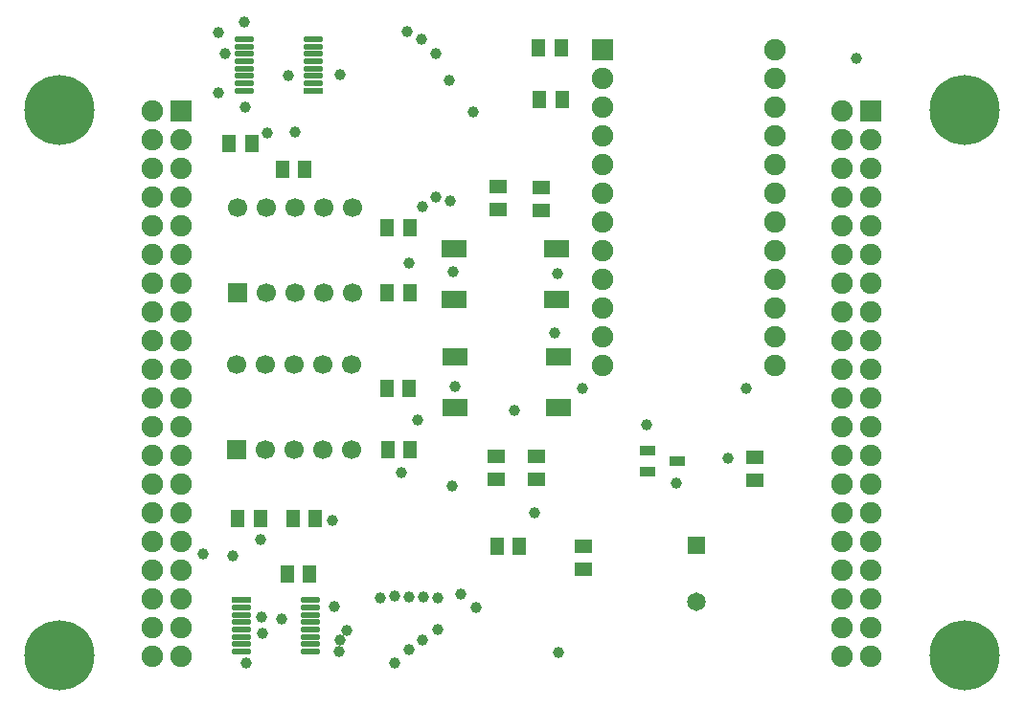
<source format=gts>
G04*
G04 #@! TF.GenerationSoftware,Altium Limited,Altium Designer,24.2.2 (26)*
G04*
G04 Layer_Color=8388736*
%FSLAX25Y25*%
%MOIN*%
G70*
G04*
G04 #@! TF.SameCoordinates,C094F21F-3D64-4DBD-B291-BB1914DD33BA*
G04*
G04*
G04 #@! TF.FilePolarity,Negative*
G04*
G01*
G75*
%ADD15R,0.07087X0.02165*%
%ADD16O,0.07087X0.02165*%
%ADD17R,0.04724X0.05906*%
%ADD18R,0.05906X0.04724*%
%ADD19R,0.09055X0.06299*%
%ADD20R,0.05512X0.03347*%
%ADD21C,0.06496*%
%ADD22R,0.06496X0.06496*%
%ADD23C,0.06693*%
%ADD24R,0.06693X0.06693*%
%ADD25R,0.07480X0.07480*%
%ADD26C,0.07480*%
%ADD27R,0.07480X0.07480*%
%ADD28C,0.24410*%
%ADD29C,0.03937*%
D15*
X108208Y216643D02*
D03*
X83392Y39157D02*
D03*
D16*
X108208Y219202D02*
D03*
Y221761D02*
D03*
Y224320D02*
D03*
Y226880D02*
D03*
Y229439D02*
D03*
Y231998D02*
D03*
Y234557D02*
D03*
X84192Y216643D02*
D03*
Y219202D02*
D03*
Y221761D02*
D03*
Y224320D02*
D03*
Y226880D02*
D03*
Y229439D02*
D03*
Y231998D02*
D03*
Y234557D02*
D03*
X83392Y36598D02*
D03*
Y34039D02*
D03*
Y31480D02*
D03*
Y28920D02*
D03*
Y26361D02*
D03*
Y23802D02*
D03*
Y21243D02*
D03*
X107408Y39157D02*
D03*
Y36598D02*
D03*
Y34039D02*
D03*
Y31480D02*
D03*
Y28920D02*
D03*
Y26361D02*
D03*
Y23802D02*
D03*
Y21243D02*
D03*
D17*
X134263Y91700D02*
D03*
X142137D02*
D03*
X133863Y113000D02*
D03*
X141737D02*
D03*
X101263Y67600D02*
D03*
X109137D02*
D03*
X81963Y67500D02*
D03*
X89837D02*
D03*
X180037Y57900D02*
D03*
X172163D02*
D03*
X99163Y48200D02*
D03*
X107037D02*
D03*
X194600Y231500D02*
D03*
X186726D02*
D03*
X194937Y213500D02*
D03*
X187063D02*
D03*
X79126Y198400D02*
D03*
X87000D02*
D03*
X105437Y189300D02*
D03*
X97563D02*
D03*
X141937Y169000D02*
D03*
X134063D02*
D03*
Y146300D02*
D03*
X141937D02*
D03*
D18*
X262100Y80963D02*
D03*
Y88837D02*
D03*
X202286Y50012D02*
D03*
Y57886D02*
D03*
X186000Y89200D02*
D03*
Y81326D02*
D03*
X187800Y175063D02*
D03*
Y182937D02*
D03*
X172800Y175263D02*
D03*
Y183137D02*
D03*
X171900Y89200D02*
D03*
Y81326D02*
D03*
D19*
X193527Y106284D02*
D03*
X157700D02*
D03*
Y124000D02*
D03*
X193527D02*
D03*
X157287Y161658D02*
D03*
X193113D02*
D03*
Y143942D02*
D03*
X157287D02*
D03*
D20*
X224676Y83860D02*
D03*
Y91340D02*
D03*
X235124Y87600D02*
D03*
D21*
X241800Y38458D02*
D03*
D22*
Y58143D02*
D03*
D23*
X121700Y121100D02*
D03*
X91700D02*
D03*
X81700D02*
D03*
X111700D02*
D03*
X121700Y91513D02*
D03*
X111700D02*
D03*
X101700D02*
D03*
X91700D02*
D03*
X101700Y121100D02*
D03*
X102100Y175800D02*
D03*
X92100Y146213D02*
D03*
X102100D02*
D03*
X112100D02*
D03*
X122100D02*
D03*
X112100Y175800D02*
D03*
X82100D02*
D03*
X92100D02*
D03*
X122100D02*
D03*
D24*
X81700Y91513D02*
D03*
X82100Y146213D02*
D03*
D25*
X62200Y209600D02*
D03*
X302200D02*
D03*
D26*
X52200D02*
D03*
X62200Y199600D02*
D03*
X52200D02*
D03*
X62200Y189600D02*
D03*
X52200D02*
D03*
X62200Y179600D02*
D03*
X52200D02*
D03*
X62200Y169600D02*
D03*
X52200D02*
D03*
X62200Y159600D02*
D03*
X52200D02*
D03*
X62200Y149600D02*
D03*
X52200D02*
D03*
X62200Y139600D02*
D03*
X52200D02*
D03*
X62200Y129600D02*
D03*
X52200D02*
D03*
X62200Y119600D02*
D03*
X52200D02*
D03*
X62200Y109600D02*
D03*
X52200D02*
D03*
X62200Y99600D02*
D03*
X52200D02*
D03*
X62200Y89600D02*
D03*
X52200D02*
D03*
X62200Y79600D02*
D03*
X52200D02*
D03*
X62200Y69600D02*
D03*
X52200D02*
D03*
X62200Y59600D02*
D03*
X52200D02*
D03*
X62200Y49600D02*
D03*
X52200D02*
D03*
X62200Y39600D02*
D03*
X52200D02*
D03*
X62200Y29600D02*
D03*
X52200D02*
D03*
X292200Y209600D02*
D03*
X302200Y199600D02*
D03*
X292200D02*
D03*
X302200Y189600D02*
D03*
X292200D02*
D03*
X302200Y179600D02*
D03*
X292200D02*
D03*
X302200Y169600D02*
D03*
X292200D02*
D03*
X302200Y159600D02*
D03*
X292200D02*
D03*
X302200Y149600D02*
D03*
X292200D02*
D03*
X302200Y139600D02*
D03*
X292200D02*
D03*
X302200Y129600D02*
D03*
X292200D02*
D03*
X302200Y119600D02*
D03*
X292200D02*
D03*
X302200Y109600D02*
D03*
X292200D02*
D03*
X302200Y99600D02*
D03*
X292200D02*
D03*
X302200Y89600D02*
D03*
X292200D02*
D03*
X302200Y79600D02*
D03*
X292200D02*
D03*
X302200Y69600D02*
D03*
X292200D02*
D03*
X302200Y59600D02*
D03*
X292200D02*
D03*
X302200Y49600D02*
D03*
X292200D02*
D03*
X302200Y39600D02*
D03*
X292200D02*
D03*
X302200Y29600D02*
D03*
X292200D02*
D03*
Y19600D02*
D03*
X302200D02*
D03*
X52200D02*
D03*
X62200D02*
D03*
X208900Y200900D02*
D03*
Y210900D02*
D03*
Y220900D02*
D03*
Y190900D02*
D03*
Y180900D02*
D03*
Y170900D02*
D03*
Y160900D02*
D03*
Y150900D02*
D03*
Y140900D02*
D03*
Y130900D02*
D03*
Y120900D02*
D03*
X268900Y120900D02*
D03*
Y130900D02*
D03*
Y140900D02*
D03*
Y150900D02*
D03*
Y160900D02*
D03*
Y170900D02*
D03*
Y180900D02*
D03*
Y190900D02*
D03*
Y230900D02*
D03*
Y220900D02*
D03*
Y210900D02*
D03*
Y200900D02*
D03*
D27*
X208900Y230900D02*
D03*
D28*
X20000Y210000D02*
D03*
X335000D02*
D03*
Y20000D02*
D03*
X20000D02*
D03*
D29*
X192400Y132400D02*
D03*
X156900Y153500D02*
D03*
X258901Y112799D02*
D03*
X201999D02*
D03*
X193300Y152800D02*
D03*
X297300Y227900D02*
D03*
X92263Y201963D02*
D03*
X159600Y41100D02*
D03*
X141100Y237200D02*
D03*
X84200Y240600D02*
D03*
X252800Y88700D02*
D03*
X163900Y209300D02*
D03*
X102100Y202123D02*
D03*
X117700Y222200D02*
D03*
X178200Y105200D02*
D03*
X224300Y100100D02*
D03*
X234800Y79900D02*
D03*
X157700Y113700D02*
D03*
X185300Y69500D02*
D03*
X70000Y55100D02*
D03*
X85100Y17100D02*
D03*
X193500Y20800D02*
D03*
X131600Y40000D02*
D03*
X90200Y33100D02*
D03*
X97200Y32500D02*
D03*
X90747Y27701D02*
D03*
X136600Y40500D02*
D03*
Y17100D02*
D03*
X117500Y25400D02*
D03*
X120119Y28619D02*
D03*
X141600Y21935D02*
D03*
X117200Y21100D02*
D03*
X151700Y40000D02*
D03*
X151800Y28900D02*
D03*
X146400Y25400D02*
D03*
X146600Y40400D02*
D03*
X141500D02*
D03*
X165100Y36600D02*
D03*
X115500Y36800D02*
D03*
X156100Y178100D02*
D03*
X80300Y54600D02*
D03*
X115000Y67000D02*
D03*
X156600Y79000D02*
D03*
X139100Y83500D02*
D03*
X151000Y179500D02*
D03*
X99700Y221800D02*
D03*
X75200Y215800D02*
D03*
X90000Y60200D02*
D03*
X144600Y102000D02*
D03*
X146100Y234700D02*
D03*
X151100Y229500D02*
D03*
X84500Y210930D02*
D03*
X155700Y220100D02*
D03*
X75200Y236900D02*
D03*
X77600Y229500D02*
D03*
X146300Y176300D02*
D03*
X141600Y156600D02*
D03*
M02*

</source>
